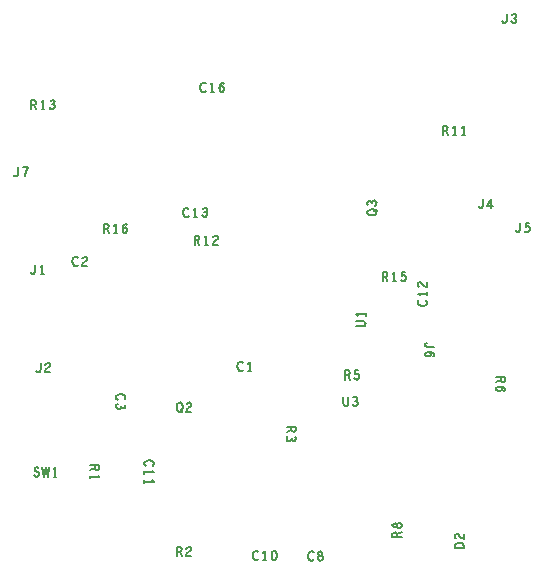
<source format=gto>
G04 ================== begin FILE IDENTIFICATION RECORD ==================*
G04 Layout Name:  WCSA_SystemSchem_4-Layer.brd*
G04 Film Name:    SST*
G04 File Format:  Gerber RS274X*
G04 File Origin:  Cadence Allegro -unreleased*
G04 Origin Date:  Wed May  4 17:45:03 2022*
G04 *
G04 Layer:  REF DES/SILKSCREEN_TOP*
G04 Layer:  MANUFACTURING/AUTOSILK_TOP*
G04 *
G04 Offset:    (0.00 0.00)*
G04 Mirror:    No*
G04 Mode:      Positive*
G04 Rotation:  0*
G04 FullContactRelief:  No*
G04 UndefLineWidth:     0.00*
G04 ================== end FILE IDENTIFICATION RECORD ====================*
%FSLAX25Y25*MOIN*%
%IR0*IPPOS*OFA0.00000B0.00000*MIA0B0*SFA1.00000B1.00000*%
%ADD10C,.005*%
G75*
%LPD*%
G75*
G54D10*
G01X-81755Y-61687D02*
X-81448Y-61945D01*
X-81103Y-62100D01*
X-80797D01*
X-80490Y-61945D01*
X-80260Y-61687D01*
X-80145Y-61325D01*
X-80222Y-60963D01*
X-80413Y-60653D01*
X-80758Y-60447D01*
X-81218Y-60343D01*
X-81487Y-60137D01*
X-81602Y-59775D01*
X-81525Y-59413D01*
X-81333Y-59155D01*
X-81065Y-59000D01*
X-80797D01*
X-80528Y-59103D01*
X-80298Y-59362D01*
G01X-79000Y-59000D02*
X-78463Y-62100D01*
X-77850Y-59000D01*
X-77237Y-62100D01*
X-76700Y-59000D01*
G01X-74750Y-62100D02*
Y-59000D01*
X-75210Y-59620D01*
G01Y-62100D02*
X-74290D01*
G01X-82917Y5920D02*
X-82725Y5610D01*
X-82495Y5403D01*
X-82227Y5300D01*
X-81920Y5403D01*
X-81690Y5610D01*
X-81460Y5920D01*
X-81383Y6333D01*
Y8400D01*
G01X-79050Y5300D02*
Y8400D01*
X-79510Y7780D01*
G01Y5300D02*
X-78590D01*
G01X-88554Y38541D02*
X-88362Y38231D01*
X-88132Y38024D01*
X-87864Y37921D01*
X-87557Y38024D01*
X-87327Y38231D01*
X-87097Y38541D01*
X-87020Y38954D01*
Y41021D01*
G01X-84764Y37921D02*
X-84687Y38593D01*
X-84572Y39161D01*
X-84419Y39678D01*
X-84227Y40246D01*
X-83920Y41021D01*
X-85454D01*
G01X-82667Y60300D02*
Y63400D01*
X-81708D01*
X-81402Y63245D01*
X-81210Y63038D01*
X-81133Y62625D01*
X-81210Y62212D01*
X-81440Y61953D01*
X-81708Y61798D01*
X-82667D01*
G01X-81708D02*
X-81133Y60300D01*
G01X-78800D02*
Y63400D01*
X-79260Y62780D01*
G01Y60300D02*
X-78340D01*
G01X-76543Y60920D02*
X-76313Y60558D01*
X-76007Y60352D01*
X-75662Y60300D01*
X-75355Y60352D01*
X-75048Y60610D01*
X-74857Y60920D01*
X-74818Y61230D01*
X-74895Y61592D01*
X-75163Y61850D01*
X-75432Y61953D01*
X-75777D01*
G01X-75432D02*
X-75202Y62108D01*
X-75010Y62367D01*
X-74933Y62677D01*
X-75010Y62987D01*
X-75202Y63245D01*
X-75547Y63400D01*
X-75892Y63348D01*
X-76237Y63142D01*
G01X-63100Y-58383D02*
X-60000D01*
Y-59342D01*
X-60155Y-59648D01*
X-60362Y-59840D01*
X-60775Y-59917D01*
X-61188Y-59840D01*
X-61447Y-59610D01*
X-61602Y-59342D01*
Y-58383D01*
G01Y-59342D02*
X-63100Y-59917D01*
G01Y-62250D02*
X-60000D01*
X-60620Y-61790D01*
G01X-63100D02*
Y-62710D01*
G01X-81117Y-26780D02*
X-80925Y-27090D01*
X-80695Y-27297D01*
X-80427Y-27400D01*
X-80120Y-27297D01*
X-79890Y-27090D01*
X-79660Y-26780D01*
X-79583Y-26367D01*
Y-24300D01*
G01X-77978Y-24817D02*
X-77748Y-24507D01*
X-77480Y-24352D01*
X-77173Y-24300D01*
X-76790Y-24403D01*
X-76522Y-24662D01*
X-76445Y-24972D01*
X-76483Y-25282D01*
X-76637Y-25540D01*
X-77403Y-26057D01*
X-77748Y-26418D01*
X-77978Y-26935D01*
X-78055Y-27400D01*
X-76445D01*
G01X-67207Y10842D02*
X-67437Y10997D01*
X-67705Y11100D01*
X-68012D01*
X-68357Y10945D01*
X-68625Y10687D01*
X-68817Y10377D01*
X-68970Y9860D01*
X-69008Y9395D01*
X-68932Y8930D01*
X-68817Y8620D01*
X-68587Y8310D01*
X-68318Y8103D01*
X-68050Y8000D01*
X-67782D01*
X-67513Y8103D01*
X-67283Y8258D01*
X-67092Y8465D01*
G01X-65678Y10583D02*
X-65448Y10893D01*
X-65180Y11048D01*
X-64873Y11100D01*
X-64490Y10997D01*
X-64222Y10738D01*
X-64145Y10428D01*
X-64183Y10118D01*
X-64337Y9860D01*
X-65103Y9343D01*
X-65448Y8982D01*
X-65678Y8465D01*
X-65755Y8000D01*
X-64145D01*
G01X-58467Y19000D02*
Y22100D01*
X-57508D01*
X-57202Y21945D01*
X-57010Y21738D01*
X-56933Y21325D01*
X-57010Y20912D01*
X-57240Y20653D01*
X-57508Y20498D01*
X-58467D01*
G01X-57508D02*
X-56933Y19000D01*
G01X-54600D02*
Y22100D01*
X-55060Y21480D01*
G01Y19000D02*
X-54140D01*
G01X-52228Y20292D02*
X-51960Y20653D01*
X-51730Y20860D01*
X-51423Y20963D01*
X-51155Y20860D01*
X-50963Y20653D01*
X-50810Y20343D01*
X-50772Y19982D01*
X-50810Y19672D01*
X-50963Y19362D01*
X-51193Y19103D01*
X-51462Y19000D01*
X-51768Y19103D01*
X-52037Y19413D01*
X-52190Y19878D01*
X-52228Y20395D01*
X-52152Y21067D01*
X-52037Y21428D01*
X-51845Y21790D01*
X-51577Y22048D01*
X-51308Y22100D01*
X-51040Y21997D01*
X-50848Y21738D01*
G01X-34117Y-88700D02*
Y-85600D01*
X-33158D01*
X-32852Y-85755D01*
X-32660Y-85962D01*
X-32583Y-86375D01*
X-32660Y-86788D01*
X-32890Y-87047D01*
X-33158Y-87202D01*
X-34117D01*
G01X-33158D02*
X-32583Y-88700D01*
G01X-30978Y-86117D02*
X-30748Y-85807D01*
X-30480Y-85652D01*
X-30173Y-85600D01*
X-29790Y-85703D01*
X-29522Y-85962D01*
X-29445Y-86272D01*
X-29483Y-86582D01*
X-29637Y-86840D01*
X-30403Y-87357D01*
X-30748Y-87718D01*
X-30978Y-88235D01*
X-31055Y-88700D01*
X-29445D01*
G01X-42158Y-58493D02*
X-42003Y-58263D01*
X-41900Y-57995D01*
Y-57688D01*
X-42055Y-57343D01*
X-42313Y-57075D01*
X-42623Y-56883D01*
X-43140Y-56730D01*
X-43605Y-56692D01*
X-44070Y-56768D01*
X-44380Y-56883D01*
X-44690Y-57113D01*
X-44897Y-57382D01*
X-45000Y-57650D01*
Y-57918D01*
X-44897Y-58187D01*
X-44742Y-58417D01*
X-44535Y-58608D01*
G01X-45000Y-60750D02*
X-41900D01*
X-42520Y-60290D01*
G01X-45000D02*
Y-61210D01*
G01Y-63850D02*
X-41900D01*
X-42520Y-63390D01*
G01X-45000D02*
Y-64310D01*
G01X-51558Y-36393D02*
X-51403Y-36163D01*
X-51300Y-35895D01*
Y-35588D01*
X-51455Y-35243D01*
X-51713Y-34975D01*
X-52023Y-34783D01*
X-52540Y-34630D01*
X-53005Y-34592D01*
X-53470Y-34668D01*
X-53780Y-34783D01*
X-54090Y-35013D01*
X-54297Y-35282D01*
X-54400Y-35550D01*
Y-35818D01*
X-54297Y-36087D01*
X-54142Y-36317D01*
X-53935Y-36508D01*
G01X-53780Y-37807D02*
X-54142Y-38037D01*
X-54348Y-38343D01*
X-54400Y-38688D01*
X-54348Y-38995D01*
X-54090Y-39302D01*
X-53780Y-39493D01*
X-53470Y-39532D01*
X-53108Y-39455D01*
X-52850Y-39187D01*
X-52747Y-38918D01*
Y-38573D01*
G01Y-38918D02*
X-52592Y-39148D01*
X-52333Y-39340D01*
X-52023Y-39417D01*
X-51713Y-39340D01*
X-51455Y-39148D01*
X-51300Y-38803D01*
X-51352Y-38458D01*
X-51558Y-38113D01*
G01X-33250Y-40500D02*
X-33557Y-40448D01*
X-33825Y-40242D01*
X-34055Y-39932D01*
X-34208Y-39570D01*
X-34285Y-39157D01*
Y-38743D01*
X-34208Y-38330D01*
X-34055Y-37968D01*
X-33825Y-37658D01*
X-33557Y-37452D01*
X-33250Y-37400D01*
X-32943Y-37452D01*
X-32675Y-37658D01*
X-32445Y-37968D01*
X-32292Y-38330D01*
X-32215Y-38743D01*
Y-39157D01*
X-32292Y-39570D01*
X-32445Y-39932D01*
X-32675Y-40242D01*
X-32943Y-40448D01*
X-33250Y-40500D01*
G01X-32943Y-39673D02*
X-32483Y-40500D01*
G01X-30878Y-37917D02*
X-30648Y-37607D01*
X-30380Y-37452D01*
X-30073Y-37400D01*
X-29690Y-37503D01*
X-29422Y-37762D01*
X-29345Y-38072D01*
X-29383Y-38382D01*
X-29537Y-38640D01*
X-30303Y-39157D01*
X-30648Y-39518D01*
X-30878Y-40035D01*
X-30955Y-40500D01*
X-29345D01*
G01X-7107Y-87158D02*
X-7337Y-87003D01*
X-7605Y-86900D01*
X-7912D01*
X-8257Y-87055D01*
X-8525Y-87313D01*
X-8717Y-87623D01*
X-8870Y-88140D01*
X-8908Y-88605D01*
X-8832Y-89070D01*
X-8717Y-89380D01*
X-8487Y-89690D01*
X-8218Y-89897D01*
X-7950Y-90000D01*
X-7682D01*
X-7413Y-89897D01*
X-7183Y-89742D01*
X-6992Y-89535D01*
G01X-4850Y-90000D02*
Y-86900D01*
X-5310Y-87520D01*
G01Y-90000D02*
X-4390D01*
G01X-1750Y-86900D02*
X-2057Y-87003D01*
X-2287Y-87262D01*
X-2440Y-87572D01*
X-2555Y-87985D01*
X-2593Y-88450D01*
X-2555Y-88915D01*
X-2440Y-89328D01*
X-2287Y-89638D01*
X-2057Y-89897D01*
X-1750Y-90000D01*
X-1443Y-89897D01*
X-1213Y-89638D01*
X-1060Y-89328D01*
X-945Y-88915D01*
X-907Y-88450D01*
X-945Y-87985D01*
X-1060Y-87572D01*
X-1213Y-87262D01*
X-1443Y-87003D01*
X-1750Y-86900D01*
G01X-12207Y-24158D02*
X-12437Y-24003D01*
X-12705Y-23900D01*
X-13012D01*
X-13357Y-24055D01*
X-13625Y-24313D01*
X-13817Y-24623D01*
X-13970Y-25140D01*
X-14008Y-25605D01*
X-13932Y-26070D01*
X-13817Y-26380D01*
X-13587Y-26690D01*
X-13318Y-26897D01*
X-13050Y-27000D01*
X-12782D01*
X-12513Y-26897D01*
X-12283Y-26742D01*
X-12092Y-26535D01*
G01X-9950Y-27000D02*
Y-23900D01*
X-10410Y-24520D01*
G01Y-27000D02*
X-9490D01*
G01X-28267Y15100D02*
Y18200D01*
X-27308D01*
X-27002Y18045D01*
X-26810Y17838D01*
X-26733Y17425D01*
X-26810Y17012D01*
X-27040Y16753D01*
X-27308Y16598D01*
X-28267D01*
G01X-27308D02*
X-26733Y15100D01*
G01X-24400D02*
Y18200D01*
X-24860Y17580D01*
G01Y15100D02*
X-23940D01*
G01X-22028Y17683D02*
X-21798Y17993D01*
X-21530Y18148D01*
X-21223Y18200D01*
X-20840Y18097D01*
X-20572Y17838D01*
X-20495Y17528D01*
X-20533Y17218D01*
X-20687Y16960D01*
X-21453Y16443D01*
X-21798Y16082D01*
X-22028Y15565D01*
X-22105Y15100D01*
X-20495D01*
G01X-30307Y27242D02*
X-30537Y27397D01*
X-30805Y27500D01*
X-31112D01*
X-31457Y27345D01*
X-31725Y27087D01*
X-31917Y26777D01*
X-32070Y26260D01*
X-32108Y25795D01*
X-32032Y25330D01*
X-31917Y25020D01*
X-31687Y24710D01*
X-31418Y24503D01*
X-31150Y24400D01*
X-30882D01*
X-30613Y24503D01*
X-30383Y24658D01*
X-30192Y24865D01*
G01X-28050Y24400D02*
Y27500D01*
X-28510Y26880D01*
G01Y24400D02*
X-27590D01*
G01X-25793Y25020D02*
X-25563Y24658D01*
X-25257Y24452D01*
X-24912Y24400D01*
X-24605Y24452D01*
X-24298Y24710D01*
X-24107Y25020D01*
X-24068Y25330D01*
X-24145Y25692D01*
X-24413Y25950D01*
X-24682Y26053D01*
X-25027D01*
G01X-24682D02*
X-24452Y26208D01*
X-24260Y26467D01*
X-24183Y26777D01*
X-24260Y27087D01*
X-24452Y27345D01*
X-24797Y27500D01*
X-25142Y27448D01*
X-25487Y27242D01*
G01X-24607Y68942D02*
X-24837Y69097D01*
X-25105Y69200D01*
X-25412D01*
X-25757Y69045D01*
X-26025Y68787D01*
X-26217Y68477D01*
X-26370Y67960D01*
X-26408Y67495D01*
X-26332Y67030D01*
X-26217Y66720D01*
X-25987Y66410D01*
X-25718Y66203D01*
X-25450Y66100D01*
X-25182D01*
X-24913Y66203D01*
X-24683Y66358D01*
X-24492Y66565D01*
G01X-22350Y66100D02*
Y69200D01*
X-22810Y68580D01*
G01Y66100D02*
X-21890D01*
G01X-19978Y67392D02*
X-19710Y67753D01*
X-19480Y67960D01*
X-19173Y68063D01*
X-18905Y67960D01*
X-18713Y67753D01*
X-18560Y67443D01*
X-18522Y67082D01*
X-18560Y66772D01*
X-18713Y66462D01*
X-18943Y66203D01*
X-19212Y66100D01*
X-19518Y66203D01*
X-19787Y66513D01*
X-19940Y66978D01*
X-19978Y67495D01*
X-19902Y68167D01*
X-19787Y68528D01*
X-19595Y68890D01*
X-19327Y69148D01*
X-19058Y69200D01*
X-18790Y69097D01*
X-18598Y68838D01*
G01X11393Y-87258D02*
X11163Y-87103D01*
X10895Y-87000D01*
X10588D01*
X10243Y-87155D01*
X9975Y-87413D01*
X9783Y-87723D01*
X9630Y-88240D01*
X9592Y-88705D01*
X9668Y-89170D01*
X9783Y-89480D01*
X10013Y-89790D01*
X10282Y-89997D01*
X10550Y-90100D01*
X10818D01*
X11087Y-89997D01*
X11317Y-89842D01*
X11508Y-89635D01*
G01X13650Y-90100D02*
X13918Y-90048D01*
X14225Y-89893D01*
X14417Y-89635D01*
X14493Y-89273D01*
X14417Y-88912D01*
X14187Y-88602D01*
X13842Y-88447D01*
X13458D01*
X13228Y-88343D01*
X13037Y-88085D01*
X12960Y-87723D01*
X13075Y-87362D01*
X13343Y-87103D01*
X13650Y-87000D01*
X13957Y-87103D01*
X14225Y-87362D01*
X14340Y-87723D01*
X14263Y-88085D01*
X14072Y-88343D01*
X13842Y-88447D01*
X13458D01*
X13113Y-88602D01*
X12883Y-88912D01*
X12807Y-89273D01*
X12883Y-89635D01*
X13075Y-89893D01*
X13382Y-90048D01*
X13650Y-90100D01*
G01X2400Y-45583D02*
X5500D01*
Y-46542D01*
X5345Y-46848D01*
X5138Y-47040D01*
X4725Y-47117D01*
X4312Y-47040D01*
X4053Y-46810D01*
X3898Y-46542D01*
Y-45583D01*
G01Y-46542D02*
X2400Y-47117D01*
G01X3020Y-48607D02*
X2658Y-48837D01*
X2452Y-49143D01*
X2400Y-49488D01*
X2452Y-49795D01*
X2710Y-50102D01*
X3020Y-50293D01*
X3330Y-50332D01*
X3692Y-50255D01*
X3950Y-49987D01*
X4053Y-49718D01*
Y-49373D01*
G01Y-49718D02*
X4208Y-49948D01*
X4467Y-50140D01*
X4777Y-50217D01*
X5087Y-50140D01*
X5345Y-49948D01*
X5500Y-49603D01*
X5448Y-49258D01*
X5242Y-48913D01*
G01X40800Y-82217D02*
X37700D01*
Y-81258D01*
X37855Y-80952D01*
X38062Y-80760D01*
X38475Y-80683D01*
X38888Y-80760D01*
X39147Y-80990D01*
X39302Y-81258D01*
Y-82217D01*
G01Y-81258D02*
X40800Y-80683D01*
G01Y-78350D02*
X40748Y-78082D01*
X40593Y-77775D01*
X40335Y-77583D01*
X39973Y-77507D01*
X39612Y-77583D01*
X39302Y-77813D01*
X39147Y-78158D01*
Y-78542D01*
X39043Y-78772D01*
X38785Y-78963D01*
X38423Y-79040D01*
X38062Y-78925D01*
X37803Y-78657D01*
X37700Y-78350D01*
X37803Y-78043D01*
X38062Y-77775D01*
X38423Y-77660D01*
X38785Y-77737D01*
X39043Y-77928D01*
X39147Y-78158D01*
Y-78542D01*
X39302Y-78887D01*
X39612Y-79117D01*
X39973Y-79193D01*
X40335Y-79117D01*
X40593Y-78925D01*
X40748Y-78618D01*
X40800Y-78350D01*
G01X21883Y-29800D02*
Y-26700D01*
X22842D01*
X23148Y-26855D01*
X23340Y-27062D01*
X23417Y-27475D01*
X23340Y-27888D01*
X23110Y-28147D01*
X22842Y-28302D01*
X21883D01*
G01X22842D02*
X23417Y-29800D01*
G01X24907Y-29335D02*
X25137Y-29593D01*
X25405Y-29748D01*
X25750Y-29800D01*
X26095Y-29697D01*
X26363Y-29490D01*
X26555Y-29128D01*
X26593Y-28715D01*
X26517Y-28302D01*
X26325Y-28043D01*
X26057Y-27837D01*
X25788Y-27785D01*
X25520Y-27837D01*
X25175Y-28043D01*
X25290Y-26700D01*
X26325D01*
G01X21291Y-35475D02*
Y-37697D01*
X21444Y-38162D01*
X21751Y-38472D01*
X22134Y-38575D01*
X22517Y-38472D01*
X22824Y-38162D01*
X22977Y-37697D01*
Y-35475D01*
G01X24391Y-37955D02*
X24621Y-38317D01*
X24927Y-38523D01*
X25272Y-38575D01*
X25579Y-38523D01*
X25886Y-38265D01*
X26077Y-37955D01*
X26116Y-37645D01*
X26039Y-37283D01*
X25771Y-37025D01*
X25502Y-36922D01*
X25157D01*
G01X25502D02*
X25732Y-36767D01*
X25924Y-36508D01*
X26001Y-36198D01*
X25924Y-35888D01*
X25732Y-35630D01*
X25387Y-35475D01*
X25042Y-35527D01*
X24697Y-35733D01*
G01X25700Y-11993D02*
X27922D01*
X28387Y-11840D01*
X28697Y-11533D01*
X28800Y-11150D01*
X28697Y-10767D01*
X28387Y-10460D01*
X27922Y-10307D01*
X25700D01*
G01X28800Y-8050D02*
X25700D01*
X26320Y-8510D01*
G01X28800D02*
Y-7590D01*
G01X34433Y3000D02*
Y6100D01*
X35392D01*
X35698Y5945D01*
X35890Y5738D01*
X35967Y5325D01*
X35890Y4912D01*
X35660Y4653D01*
X35392Y4498D01*
X34433D01*
G01X35392D02*
X35967Y3000D01*
G01X38300D02*
Y6100D01*
X37840Y5480D01*
G01Y3000D02*
X38760D01*
G01X40557Y3465D02*
X40787Y3207D01*
X41055Y3052D01*
X41400Y3000D01*
X41745Y3103D01*
X42013Y3310D01*
X42205Y3672D01*
X42243Y4085D01*
X42167Y4498D01*
X41975Y4757D01*
X41707Y4963D01*
X41438Y5015D01*
X41170Y4963D01*
X40825Y4757D01*
X40940Y6100D01*
X41975D01*
G01X32400Y25950D02*
X32348Y25643D01*
X32142Y25375D01*
X31832Y25145D01*
X31470Y24992D01*
X31057Y24915D01*
X30643D01*
X30230Y24992D01*
X29868Y25145D01*
X29558Y25375D01*
X29352Y25643D01*
X29300Y25950D01*
X29352Y26257D01*
X29558Y26525D01*
X29868Y26755D01*
X30230Y26908D01*
X30643Y26985D01*
X31057D01*
X31470Y26908D01*
X31832Y26755D01*
X32142Y26525D01*
X32348Y26257D01*
X32400Y25950D01*
G01X31573Y26257D02*
X32400Y26717D01*
G01X31780Y28207D02*
X32142Y28437D01*
X32348Y28743D01*
X32400Y29088D01*
X32348Y29395D01*
X32090Y29702D01*
X31780Y29893D01*
X31470Y29932D01*
X31108Y29855D01*
X30850Y29587D01*
X30747Y29318D01*
Y28973D01*
G01Y29318D02*
X30592Y29548D01*
X30333Y29740D01*
X30023Y29817D01*
X29713Y29740D01*
X29455Y29548D01*
X29300Y29203D01*
X29352Y28858D01*
X29558Y28513D01*
G01X61500Y-85893D02*
X58400D01*
Y-85127D01*
X58555Y-84820D01*
X58762Y-84590D01*
X59072Y-84398D01*
X59433Y-84245D01*
X59950Y-84207D01*
X60467Y-84245D01*
X60828Y-84398D01*
X61138Y-84590D01*
X61345Y-84820D01*
X61500Y-85127D01*
Y-85893D01*
G01X58917Y-82678D02*
X58607Y-82448D01*
X58452Y-82180D01*
X58400Y-81873D01*
X58503Y-81490D01*
X58762Y-81222D01*
X59072Y-81145D01*
X59382Y-81183D01*
X59640Y-81337D01*
X60157Y-82103D01*
X60518Y-82448D01*
X61035Y-82678D01*
X61500Y-82755D01*
Y-81145D01*
G01X49220Y-17483D02*
X48910Y-17675D01*
X48703Y-17905D01*
X48600Y-18173D01*
X48703Y-18480D01*
X48910Y-18710D01*
X49220Y-18940D01*
X49633Y-19017D01*
X51700D01*
G01X49892Y-20622D02*
X50253Y-20890D01*
X50460Y-21120D01*
X50563Y-21427D01*
X50460Y-21695D01*
X50253Y-21887D01*
X49943Y-22040D01*
X49582Y-22078D01*
X49272Y-22040D01*
X48962Y-21887D01*
X48703Y-21657D01*
X48600Y-21388D01*
X48703Y-21082D01*
X49013Y-20813D01*
X49478Y-20660D01*
X49995Y-20622D01*
X50667Y-20698D01*
X51028Y-20813D01*
X51390Y-21005D01*
X51648Y-21273D01*
X51700Y-21542D01*
X51597Y-21810D01*
X51338Y-22002D01*
G01X46358Y-3407D02*
X46203Y-3637D01*
X46100Y-3905D01*
Y-4212D01*
X46255Y-4557D01*
X46513Y-4825D01*
X46823Y-5017D01*
X47340Y-5170D01*
X47805Y-5208D01*
X48270Y-5132D01*
X48580Y-5017D01*
X48890Y-4787D01*
X49097Y-4518D01*
X49200Y-4250D01*
Y-3982D01*
X49097Y-3713D01*
X48942Y-3483D01*
X48735Y-3292D01*
G01X49200Y-1150D02*
X46100D01*
X46720Y-1610D01*
G01X49200D02*
Y-690D01*
G01X46617Y1222D02*
X46307Y1452D01*
X46152Y1720D01*
X46100Y2027D01*
X46203Y2410D01*
X46462Y2678D01*
X46772Y2755D01*
X47082Y2717D01*
X47340Y2563D01*
X47857Y1797D01*
X48218Y1452D01*
X48735Y1222D01*
X49200Y1145D01*
Y2755D01*
G01X66383Y27920D02*
X66575Y27610D01*
X66805Y27403D01*
X67073Y27300D01*
X67380Y27403D01*
X67610Y27610D01*
X67840Y27920D01*
X67917Y28333D01*
Y30400D01*
G01X70710Y27300D02*
Y30400D01*
X69292Y28178D01*
X71208D01*
G01X54533Y51700D02*
Y54800D01*
X55492D01*
X55798Y54645D01*
X55990Y54438D01*
X56067Y54025D01*
X55990Y53612D01*
X55760Y53353D01*
X55492Y53198D01*
X54533D01*
G01X55492D02*
X56067Y51700D01*
G01X58400D02*
Y54800D01*
X57940Y54180D01*
G01Y51700D02*
X58860D01*
G01X61500D02*
Y54800D01*
X61040Y54180D01*
G01Y51700D02*
X61960D01*
G01X72224Y-28982D02*
X75324D01*
Y-29941D01*
X75169Y-30247D01*
X74962Y-30439D01*
X74549Y-30516D01*
X74136Y-30439D01*
X73877Y-30209D01*
X73722Y-29941D01*
Y-28982D01*
G01Y-29941D02*
X72224Y-30516D01*
G01X73516Y-32121D02*
X73877Y-32389D01*
X74084Y-32619D01*
X74187Y-32926D01*
X74084Y-33194D01*
X73877Y-33386D01*
X73567Y-33539D01*
X73206Y-33577D01*
X72896Y-33539D01*
X72586Y-33386D01*
X72327Y-33156D01*
X72224Y-32887D01*
X72327Y-32581D01*
X72637Y-32312D01*
X73102Y-32159D01*
X73619Y-32121D01*
X74291Y-32197D01*
X74652Y-32312D01*
X75014Y-32504D01*
X75272Y-32772D01*
X75324Y-33041D01*
X75221Y-33309D01*
X74962Y-33501D01*
G01X78783Y19920D02*
X78975Y19610D01*
X79205Y19403D01*
X79473Y19300D01*
X79780Y19403D01*
X80010Y19610D01*
X80240Y19920D01*
X80317Y20333D01*
Y22400D01*
G01X81807Y19765D02*
X82037Y19507D01*
X82305Y19352D01*
X82650Y19300D01*
X82995Y19403D01*
X83263Y19610D01*
X83455Y19972D01*
X83493Y20385D01*
X83417Y20798D01*
X83225Y21057D01*
X82957Y21263D01*
X82688Y21315D01*
X82420Y21263D01*
X82075Y21057D01*
X82190Y22400D01*
X83225D01*
G01X74283Y89620D02*
X74475Y89310D01*
X74705Y89103D01*
X74973Y89000D01*
X75280Y89103D01*
X75510Y89310D01*
X75740Y89620D01*
X75817Y90033D01*
Y92100D01*
G01X77307Y89620D02*
X77537Y89258D01*
X77843Y89052D01*
X78188Y89000D01*
X78495Y89052D01*
X78802Y89310D01*
X78993Y89620D01*
X79032Y89930D01*
X78955Y90292D01*
X78687Y90550D01*
X78418Y90653D01*
X78073D01*
G01X78418D02*
X78648Y90808D01*
X78840Y91067D01*
X78917Y91377D01*
X78840Y91687D01*
X78648Y91945D01*
X78303Y92100D01*
X77958Y92048D01*
X77613Y91842D01*
M02*

</source>
